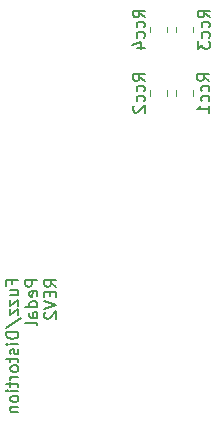
<source format=gbr>
%TF.GenerationSoftware,KiCad,Pcbnew,(6.0.8-1)-1*%
%TF.CreationDate,2022-11-07T15:29:17+01:00*%
%TF.ProjectId,distortion-pedal,64697374-6f72-4746-996f-6e2d70656461,rev?*%
%TF.SameCoordinates,Original*%
%TF.FileFunction,Legend,Bot*%
%TF.FilePolarity,Positive*%
%FSLAX46Y46*%
G04 Gerber Fmt 4.6, Leading zero omitted, Abs format (unit mm)*
G04 Created by KiCad (PCBNEW (6.0.8-1)-1) date 2022-11-07 15:29:17*
%MOMM*%
%LPD*%
G01*
G04 APERTURE LIST*
%ADD10C,0.127000*%
%ADD11C,0.150000*%
%ADD12C,0.120000*%
G04 APERTURE END LIST*
D10*
X47018571Y-64853978D02*
X47018571Y-64520645D01*
X47542380Y-64520645D02*
X46542380Y-64520645D01*
X46542380Y-64996835D01*
X46875714Y-65806359D02*
X47542380Y-65806359D01*
X46875714Y-65377788D02*
X47399523Y-65377788D01*
X47494761Y-65425407D01*
X47542380Y-65520645D01*
X47542380Y-65663502D01*
X47494761Y-65758740D01*
X47447142Y-65806359D01*
X46875714Y-66187311D02*
X46875714Y-66711121D01*
X47542380Y-66187311D01*
X47542380Y-66711121D01*
X46875714Y-66996835D02*
X46875714Y-67520645D01*
X47542380Y-66996835D01*
X47542380Y-67520645D01*
X46494761Y-68615883D02*
X47780476Y-67758740D01*
X47542380Y-68949216D02*
X46542380Y-68949216D01*
X46542380Y-69187311D01*
X46590000Y-69330169D01*
X46685238Y-69425407D01*
X46780476Y-69473026D01*
X46970952Y-69520645D01*
X47113809Y-69520645D01*
X47304285Y-69473026D01*
X47399523Y-69425407D01*
X47494761Y-69330169D01*
X47542380Y-69187311D01*
X47542380Y-68949216D01*
X47542380Y-69949216D02*
X46875714Y-69949216D01*
X46542380Y-69949216D02*
X46590000Y-69901597D01*
X46637619Y-69949216D01*
X46590000Y-69996835D01*
X46542380Y-69949216D01*
X46637619Y-69949216D01*
X47494761Y-70377788D02*
X47542380Y-70473026D01*
X47542380Y-70663502D01*
X47494761Y-70758740D01*
X47399523Y-70806359D01*
X47351904Y-70806359D01*
X47256666Y-70758740D01*
X47209047Y-70663502D01*
X47209047Y-70520645D01*
X47161428Y-70425407D01*
X47066190Y-70377788D01*
X47018571Y-70377788D01*
X46923333Y-70425407D01*
X46875714Y-70520645D01*
X46875714Y-70663502D01*
X46923333Y-70758740D01*
X46875714Y-71092073D02*
X46875714Y-71473026D01*
X46542380Y-71234930D02*
X47399523Y-71234930D01*
X47494761Y-71282550D01*
X47542380Y-71377788D01*
X47542380Y-71473026D01*
X47542380Y-71949216D02*
X47494761Y-71853978D01*
X47447142Y-71806359D01*
X47351904Y-71758740D01*
X47066190Y-71758740D01*
X46970952Y-71806359D01*
X46923333Y-71853978D01*
X46875714Y-71949216D01*
X46875714Y-72092073D01*
X46923333Y-72187311D01*
X46970952Y-72234930D01*
X47066190Y-72282550D01*
X47351904Y-72282550D01*
X47447142Y-72234930D01*
X47494761Y-72187311D01*
X47542380Y-72092073D01*
X47542380Y-71949216D01*
X47542380Y-72711121D02*
X46875714Y-72711121D01*
X47066190Y-72711121D02*
X46970952Y-72758740D01*
X46923333Y-72806359D01*
X46875714Y-72901597D01*
X46875714Y-72996835D01*
X46875714Y-73187311D02*
X46875714Y-73568264D01*
X46542380Y-73330169D02*
X47399523Y-73330169D01*
X47494761Y-73377788D01*
X47542380Y-73473026D01*
X47542380Y-73568264D01*
X47542380Y-73901597D02*
X46875714Y-73901597D01*
X46542380Y-73901597D02*
X46590000Y-73853978D01*
X46637619Y-73901597D01*
X46590000Y-73949216D01*
X46542380Y-73901597D01*
X46637619Y-73901597D01*
X47542380Y-74520645D02*
X47494761Y-74425407D01*
X47447142Y-74377788D01*
X47351904Y-74330169D01*
X47066190Y-74330169D01*
X46970952Y-74377788D01*
X46923333Y-74425407D01*
X46875714Y-74520645D01*
X46875714Y-74663502D01*
X46923333Y-74758740D01*
X46970952Y-74806359D01*
X47066190Y-74853978D01*
X47351904Y-74853978D01*
X47447142Y-74806359D01*
X47494761Y-74758740D01*
X47542380Y-74663502D01*
X47542380Y-74520645D01*
X46875714Y-75282550D02*
X47542380Y-75282550D01*
X46970952Y-75282550D02*
X46923333Y-75330169D01*
X46875714Y-75425407D01*
X46875714Y-75568264D01*
X46923333Y-75663502D01*
X47018571Y-75711121D01*
X47542380Y-75711121D01*
X49152380Y-64520645D02*
X48152380Y-64520645D01*
X48152380Y-64901597D01*
X48200000Y-64996835D01*
X48247619Y-65044454D01*
X48342857Y-65092073D01*
X48485714Y-65092073D01*
X48580952Y-65044454D01*
X48628571Y-64996835D01*
X48676190Y-64901597D01*
X48676190Y-64520645D01*
X49104761Y-65901597D02*
X49152380Y-65806359D01*
X49152380Y-65615883D01*
X49104761Y-65520645D01*
X49009523Y-65473026D01*
X48628571Y-65473026D01*
X48533333Y-65520645D01*
X48485714Y-65615883D01*
X48485714Y-65806359D01*
X48533333Y-65901597D01*
X48628571Y-65949216D01*
X48723809Y-65949216D01*
X48819047Y-65473026D01*
X49152380Y-66806359D02*
X48152380Y-66806359D01*
X49104761Y-66806359D02*
X49152380Y-66711121D01*
X49152380Y-66520645D01*
X49104761Y-66425407D01*
X49057142Y-66377788D01*
X48961904Y-66330169D01*
X48676190Y-66330169D01*
X48580952Y-66377788D01*
X48533333Y-66425407D01*
X48485714Y-66520645D01*
X48485714Y-66711121D01*
X48533333Y-66806359D01*
X49152380Y-67711121D02*
X48628571Y-67711121D01*
X48533333Y-67663502D01*
X48485714Y-67568264D01*
X48485714Y-67377788D01*
X48533333Y-67282550D01*
X49104761Y-67711121D02*
X49152380Y-67615883D01*
X49152380Y-67377788D01*
X49104761Y-67282550D01*
X49009523Y-67234930D01*
X48914285Y-67234930D01*
X48819047Y-67282550D01*
X48771428Y-67377788D01*
X48771428Y-67615883D01*
X48723809Y-67711121D01*
X49152380Y-68330169D02*
X49104761Y-68234930D01*
X49009523Y-68187311D01*
X48152380Y-68187311D01*
X50762380Y-65092073D02*
X50286190Y-64758740D01*
X50762380Y-64520645D02*
X49762380Y-64520645D01*
X49762380Y-64901597D01*
X49810000Y-64996835D01*
X49857619Y-65044454D01*
X49952857Y-65092073D01*
X50095714Y-65092073D01*
X50190952Y-65044454D01*
X50238571Y-64996835D01*
X50286190Y-64901597D01*
X50286190Y-64520645D01*
X50238571Y-65520645D02*
X50238571Y-65853978D01*
X50762380Y-65996835D02*
X50762380Y-65520645D01*
X49762380Y-65520645D01*
X49762380Y-65996835D01*
X49762380Y-66282550D02*
X50762380Y-66615883D01*
X49762380Y-66949216D01*
X49857619Y-67234930D02*
X49810000Y-67282550D01*
X49762380Y-67377788D01*
X49762380Y-67615883D01*
X49810000Y-67711121D01*
X49857619Y-67758740D01*
X49952857Y-67806359D01*
X50048095Y-67806359D01*
X50190952Y-67758740D01*
X50762380Y-67187311D01*
X50762380Y-67806359D01*
D11*
%TO.C,Rcc2*%
X58252180Y-47676190D02*
X57775990Y-47342857D01*
X58252180Y-47104761D02*
X57252180Y-47104761D01*
X57252180Y-47485714D01*
X57299800Y-47580952D01*
X57347419Y-47628571D01*
X57442657Y-47676190D01*
X57585514Y-47676190D01*
X57680752Y-47628571D01*
X57728371Y-47580952D01*
X57775990Y-47485714D01*
X57775990Y-47104761D01*
X58204561Y-48533333D02*
X58252180Y-48438095D01*
X58252180Y-48247619D01*
X58204561Y-48152380D01*
X58156942Y-48104761D01*
X58061704Y-48057142D01*
X57775990Y-48057142D01*
X57680752Y-48104761D01*
X57633133Y-48152380D01*
X57585514Y-48247619D01*
X57585514Y-48438095D01*
X57633133Y-48533333D01*
X58204561Y-49390476D02*
X58252180Y-49295238D01*
X58252180Y-49104761D01*
X58204561Y-49009523D01*
X58156942Y-48961904D01*
X58061704Y-48914285D01*
X57775990Y-48914285D01*
X57680752Y-48961904D01*
X57633133Y-49009523D01*
X57585514Y-49104761D01*
X57585514Y-49295238D01*
X57633133Y-49390476D01*
X57347419Y-49771428D02*
X57299800Y-49819047D01*
X57252180Y-49914285D01*
X57252180Y-50152380D01*
X57299800Y-50247619D01*
X57347419Y-50295238D01*
X57442657Y-50342857D01*
X57537895Y-50342857D01*
X57680752Y-50295238D01*
X58252180Y-49723809D01*
X58252180Y-50342857D01*
%TO.C,Rcc3*%
X63752380Y-42276190D02*
X63276190Y-41942857D01*
X63752380Y-41704761D02*
X62752380Y-41704761D01*
X62752380Y-42085714D01*
X62800000Y-42180952D01*
X62847619Y-42228571D01*
X62942857Y-42276190D01*
X63085714Y-42276190D01*
X63180952Y-42228571D01*
X63228571Y-42180952D01*
X63276190Y-42085714D01*
X63276190Y-41704761D01*
X63704761Y-43133333D02*
X63752380Y-43038095D01*
X63752380Y-42847619D01*
X63704761Y-42752380D01*
X63657142Y-42704761D01*
X63561904Y-42657142D01*
X63276190Y-42657142D01*
X63180952Y-42704761D01*
X63133333Y-42752380D01*
X63085714Y-42847619D01*
X63085714Y-43038095D01*
X63133333Y-43133333D01*
X63704761Y-43990476D02*
X63752380Y-43895238D01*
X63752380Y-43704761D01*
X63704761Y-43609523D01*
X63657142Y-43561904D01*
X63561904Y-43514285D01*
X63276190Y-43514285D01*
X63180952Y-43561904D01*
X63133333Y-43609523D01*
X63085714Y-43704761D01*
X63085714Y-43895238D01*
X63133333Y-43990476D01*
X62752380Y-44323809D02*
X62752380Y-44942857D01*
X63133333Y-44609523D01*
X63133333Y-44752380D01*
X63180952Y-44847619D01*
X63228571Y-44895238D01*
X63323809Y-44942857D01*
X63561904Y-44942857D01*
X63657142Y-44895238D01*
X63704761Y-44847619D01*
X63752380Y-44752380D01*
X63752380Y-44466666D01*
X63704761Y-44371428D01*
X63657142Y-44323809D01*
%TO.C,Rcc4*%
X58252380Y-42276190D02*
X57776190Y-41942857D01*
X58252380Y-41704761D02*
X57252380Y-41704761D01*
X57252380Y-42085714D01*
X57300000Y-42180952D01*
X57347619Y-42228571D01*
X57442857Y-42276190D01*
X57585714Y-42276190D01*
X57680952Y-42228571D01*
X57728571Y-42180952D01*
X57776190Y-42085714D01*
X57776190Y-41704761D01*
X58204761Y-43133333D02*
X58252380Y-43038095D01*
X58252380Y-42847619D01*
X58204761Y-42752380D01*
X58157142Y-42704761D01*
X58061904Y-42657142D01*
X57776190Y-42657142D01*
X57680952Y-42704761D01*
X57633333Y-42752380D01*
X57585714Y-42847619D01*
X57585714Y-43038095D01*
X57633333Y-43133333D01*
X58204761Y-43990476D02*
X58252380Y-43895238D01*
X58252380Y-43704761D01*
X58204761Y-43609523D01*
X58157142Y-43561904D01*
X58061904Y-43514285D01*
X57776190Y-43514285D01*
X57680952Y-43561904D01*
X57633333Y-43609523D01*
X57585714Y-43704761D01*
X57585714Y-43895238D01*
X57633333Y-43990476D01*
X57585714Y-44847619D02*
X58252380Y-44847619D01*
X57204761Y-44609523D02*
X57919047Y-44371428D01*
X57919047Y-44990476D01*
%TO.C,Rcc1*%
X63703380Y-47676190D02*
X63227190Y-47342857D01*
X63703380Y-47104761D02*
X62703380Y-47104761D01*
X62703380Y-47485714D01*
X62751000Y-47580952D01*
X62798619Y-47628571D01*
X62893857Y-47676190D01*
X63036714Y-47676190D01*
X63131952Y-47628571D01*
X63179571Y-47580952D01*
X63227190Y-47485714D01*
X63227190Y-47104761D01*
X63655761Y-48533333D02*
X63703380Y-48438095D01*
X63703380Y-48247619D01*
X63655761Y-48152380D01*
X63608142Y-48104761D01*
X63512904Y-48057142D01*
X63227190Y-48057142D01*
X63131952Y-48104761D01*
X63084333Y-48152380D01*
X63036714Y-48247619D01*
X63036714Y-48438095D01*
X63084333Y-48533333D01*
X63655761Y-49390476D02*
X63703380Y-49295238D01*
X63703380Y-49104761D01*
X63655761Y-49009523D01*
X63608142Y-48961904D01*
X63512904Y-48914285D01*
X63227190Y-48914285D01*
X63131952Y-48961904D01*
X63084333Y-49009523D01*
X63036714Y-49104761D01*
X63036714Y-49295238D01*
X63084333Y-49390476D01*
X63703380Y-50342857D02*
X63703380Y-49771428D01*
X63703380Y-50057142D02*
X62703380Y-50057142D01*
X62846238Y-49961904D01*
X62941476Y-49866666D01*
X62989095Y-49771428D01*
D12*
%TO.C,Rcc2*%
X60135000Y-48472936D02*
X60135000Y-48927064D01*
X58665000Y-48472936D02*
X58665000Y-48927064D01*
%TO.C,Rcc3*%
X62335000Y-43072936D02*
X62335000Y-43527064D01*
X60865000Y-43072936D02*
X60865000Y-43527064D01*
%TO.C,Rcc4*%
X58665000Y-43072936D02*
X58665000Y-43527064D01*
X60135000Y-43072936D02*
X60135000Y-43527064D01*
%TO.C,Rcc1*%
X60865000Y-48472936D02*
X60865000Y-48927064D01*
X62335000Y-48472936D02*
X62335000Y-48927064D01*
%TD*%
M02*

</source>
